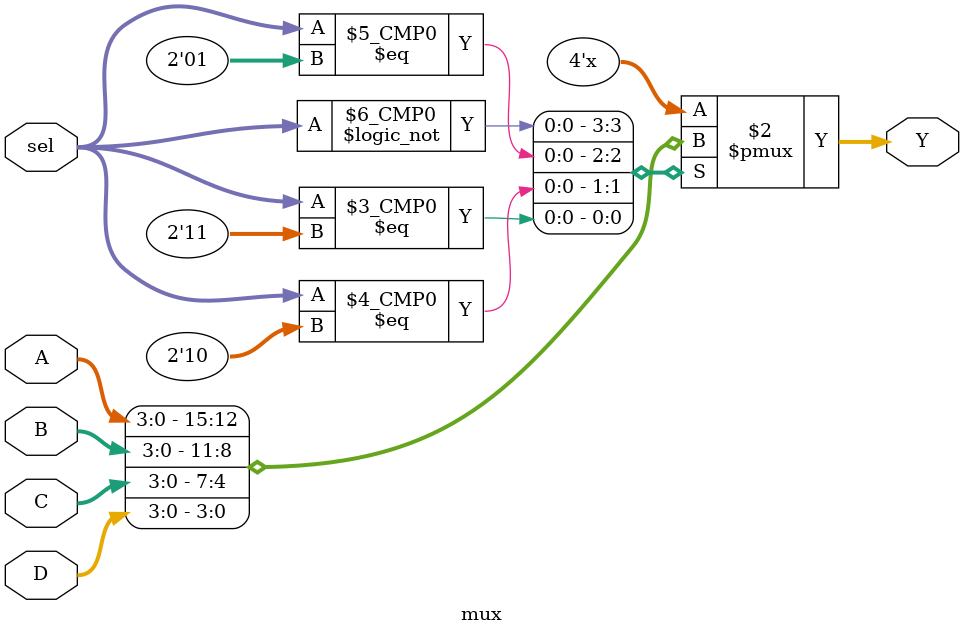
<source format=v>
module mux(
    input [3:0] A,
    input [3:0] B,
    input [3:0] C,
    input [3:0] D,
    input [1:0] sel,
    output reg [3:0] Y
);
    always @(*) begin
        case (sel)
            2'b00: Y <= A;
            2'b01: Y <= B;
            2'b10: Y <= C;
            2'b11: Y <= D;
        endcase
    end
endmodule

</source>
